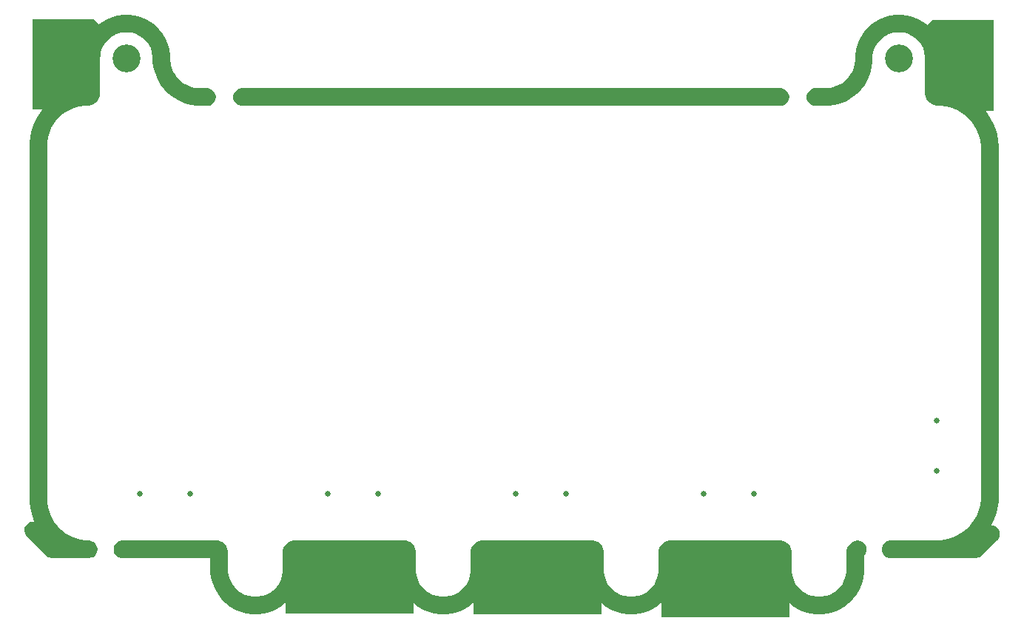
<source format=gbr>
%TF.GenerationSoftware,Altium Limited,Altium Designer,23.4.1 (23)*%
G04 Layer_Color=0*
%FSLAX26Y26*%
%MOIN*%
%TF.SameCoordinates,9AE554A4-7581-43F1-91E0-74BCC9029391*%
%TF.FilePolarity,Positive*%
%TF.FileFunction,NonPlated,1,2,NPTH,Drill*%
%TF.Part,CustomerPanel*%
G01*
G75*
%TA.AperFunction,ComponentDrill*%
%ADD116C,0.026575*%
%ADD117C,0.026575*%
%TA.AperFunction,OtherDrill,Pad Free-3 (4230.26mil,2822.472mil)*%
%ADD118C,0.125984*%
%TA.AperFunction,OtherDrill,Pad Free-3 (750.685mil,2822.472mil)*%
%ADD119C,0.125984*%
G36*
X3854331Y2608576D02*
X3898271D01*
X3912286D01*
X3940077Y2612233D01*
X3967153Y2619486D01*
X3993051Y2630210D01*
X4017329Y2644222D01*
X4039570Y2661282D01*
X4059395Y2681098D01*
X4076465Y2703332D01*
X4090487Y2727603D01*
X4101222Y2753497D01*
X4108487Y2780570D01*
X4112157Y2808359D01*
X4112163Y2822374D01*
X4112163Y2822375D01*
Y2822549D01*
X4112533Y2831812D01*
X4115443Y2850110D01*
X4121179Y2867728D01*
X4129599Y2884231D01*
X4140497Y2899215D01*
X4153605Y2912309D01*
X4168599Y2923193D01*
X4185110Y2931597D01*
X4202734Y2937316D01*
X4221034Y2940207D01*
X4239562Y2940201D01*
X4257860Y2937298D01*
X4275480Y2931568D01*
X4291986Y2923153D01*
X4306973Y2912259D01*
X4320072Y2899156D01*
X4330960Y2884166D01*
X4339370Y2867657D01*
X4345094Y2850035D01*
X4347992Y2831736D01*
X4348356Y2822472D01*
X4348356Y2822472D01*
Y2667644D01*
Y2661826D01*
X4350626Y2650414D01*
X4355079Y2639664D01*
X4361543Y2629990D01*
X4369771Y2621762D01*
X4379445Y2615298D01*
X4390195Y2610845D01*
X4401607Y2608576D01*
X4407425Y2608576D01*
D01*
X4407797Y2608574D01*
X4420483Y2608135D01*
X4445633Y2604780D01*
X4470132Y2598176D01*
X4493560Y2588435D01*
X4515519Y2575724D01*
X4535634Y2560259D01*
X4553562Y2542304D01*
X4568997Y2522166D01*
X4581676Y2500188D01*
X4591382Y2476745D01*
X4597949Y2452236D01*
X4601266Y2427081D01*
X4601686Y2414395D01*
X4601687D01*
X4601687Y2414226D01*
X4601687Y849375D01*
X4601685Y848995D01*
X4601230Y835816D01*
X4597745Y809686D01*
X4590883Y784234D01*
X4580761Y759893D01*
X4567552Y737080D01*
X4551482Y716184D01*
X4532825Y697561D01*
X4511899Y681529D01*
X4489062Y668363D01*
X4464703Y658286D01*
X4439238Y651471D01*
X4413102Y648035D01*
X4399921Y647604D01*
X4399921D01*
X4399896D01*
X4192913Y647604D01*
X4187728D01*
X4177711Y644920D01*
X4168730Y639735D01*
X4161397Y632402D01*
X4156212Y623421D01*
X4153528Y613404D01*
Y603034D01*
X4156212Y593017D01*
X4161397Y584036D01*
X4168730Y576703D01*
X4177711Y571518D01*
X4187728Y568834D01*
X4192913D01*
D01*
X4576722Y568834D01*
X4580601D01*
X4588211Y570347D01*
X4595378Y573316D01*
X4601829Y577626D01*
X4604572Y580369D01*
X4604572Y580369D01*
X4673519Y649316D01*
X4676262Y652059D01*
X4680572Y658510D01*
X4683541Y665677D01*
X4685054Y673286D01*
X4685054Y677165D01*
X4685054Y680960D01*
X4683605Y688409D01*
X4680761Y695445D01*
X4676626Y701808D01*
X4671352Y707265D01*
X4665133Y711614D01*
X4658198Y714697D01*
X4650803Y716398D01*
X4647010Y716528D01*
Y716528D01*
X4651091Y724119D01*
X4658306Y739773D01*
X4664546Y755841D01*
X4669789Y772262D01*
X4674013Y788973D01*
X4677203Y805912D01*
X4679348Y823015D01*
X4680439Y840218D01*
X4680455Y848837D01*
X4680455Y848837D01*
X4680457Y849369D01*
X4680457Y2414314D01*
X4680457Y2414463D01*
X4680450Y2427254D01*
X4678044Y2452722D01*
X4673268Y2477854D01*
X4666164Y2502430D01*
X4656792Y2526233D01*
X4645237Y2549056D01*
X4631598Y2570699D01*
X4615996Y2590972D01*
X4598566Y2609698D01*
X4579463Y2626712D01*
X4558852Y2641865D01*
X4536915Y2655026D01*
X4513843Y2666077D01*
X4489840Y2674924D01*
X4465114Y2681487D01*
X4439883Y2685710D01*
X4427126Y2686633D01*
X4427126Y2686633D01*
X4427126Y2822472D01*
X4427126Y2835372D01*
X4423759Y2860951D01*
X4417083Y2885872D01*
X4407213Y2909709D01*
X4394316Y2932054D01*
X4378614Y2952525D01*
X4360374Y2970772D01*
X4339909Y2986483D01*
X4317570Y2999389D01*
X4293737Y3009270D01*
X4268818Y3015956D01*
X4243241Y3019333D01*
X4217441Y3019343D01*
X4191860Y3015987D01*
X4166936Y3009322D01*
X4143095Y2999461D01*
X4120745Y2986573D01*
X4100267Y2970879D01*
X4082013Y2952647D01*
X4066294Y2932189D01*
X4053378Y2909855D01*
X4043488Y2886026D01*
X4036792Y2861110D01*
X4033404Y2835534D01*
X4033393Y2822634D01*
Y2822634D01*
X4033393Y2822468D01*
X4033104Y2813631D01*
X4030797Y2796107D01*
X4026222Y2779034D01*
X4019458Y2762704D01*
X4010620Y2747397D01*
X3999860Y2733375D01*
X3987362Y2720877D01*
X3973339Y2710117D01*
X3958032Y2701280D01*
X3941702Y2694516D01*
X3924629Y2689942D01*
X3907105Y2687635D01*
X3898267Y2687346D01*
D01*
X3854331D01*
X3849145D01*
X3839128Y2684662D01*
X3830148Y2679477D01*
X3822815Y2672144D01*
X3817630Y2663163D01*
X3814945Y2653146D01*
Y2642776D01*
X3817630Y2632759D01*
X3822815Y2623778D01*
X3830148Y2616445D01*
X3839128Y2611260D01*
X3849145Y2608576D01*
X3854331D01*
D01*
D02*
G37*
G36*
X1129087Y517669D02*
Y568834D01*
X732283D01*
X727098D01*
X717081Y571518D01*
X708100Y576703D01*
X700767Y584036D01*
X695582Y593017D01*
X692898Y603034D01*
Y613404D01*
X695582Y623421D01*
X700767Y632402D01*
X708100Y639735D01*
X717081Y644920D01*
X727098Y647604D01*
X732283D01*
D01*
X1157843D01*
X1158029Y647603D01*
X1162932Y647585D01*
X1172543Y645646D01*
X1181594Y641877D01*
X1189742Y636422D01*
X1196675Y629489D01*
X1202130Y621341D01*
X1205899Y612290D01*
X1207838Y602679D01*
X1207856Y597776D01*
X1207856Y597777D01*
X1207857Y597590D01*
Y517669D01*
X1208239Y507943D01*
X1211282Y488732D01*
X1217292Y470234D01*
X1226123Y452903D01*
X1237555Y437167D01*
X1251309Y423413D01*
X1267045Y411981D01*
X1284376Y403150D01*
X1302874Y397139D01*
X1322085Y394097D01*
X1341536D01*
X1360747Y397139D01*
X1379246Y403150D01*
X1396577Y411981D01*
X1412313Y423413D01*
X1426066Y437167D01*
X1437499Y452903D01*
X1446330Y470234D01*
X1452340Y488732D01*
X1455383Y507943D01*
X1455765Y517669D01*
D01*
Y597590D01*
Y602516D01*
X1457687Y612178D01*
X1461457Y621280D01*
X1466930Y629471D01*
X1473897Y636437D01*
X1482088Y641911D01*
X1491190Y645681D01*
X1500852Y647602D01*
X1505778Y647602D01*
X1505778Y647603D01*
X1506098Y647604D01*
X2004300D01*
X2004492Y647603D01*
X2009406Y647584D01*
X2019037Y645635D01*
X2028106Y641848D01*
X2036264Y636368D01*
X2043199Y629406D01*
X2048647Y621227D01*
X2052399Y612144D01*
X2054312Y602505D01*
Y597591D01*
X2054312Y597591D01*
X2054314Y597269D01*
Y517669D01*
X2054696Y507943D01*
X2057738Y488732D01*
X2063749Y470234D01*
X2072579Y452903D01*
X2084012Y437167D01*
X2097766Y423413D01*
X2113502Y411981D01*
X2130832Y403150D01*
X2149331Y397139D01*
X2168542Y394097D01*
X2187993D01*
X2207204Y397139D01*
X2225703Y403150D01*
X2243033Y411981D01*
X2258769Y423413D01*
X2272523Y437167D01*
X2283956Y452903D01*
X2292786Y470234D01*
X2298797Y488732D01*
X2301840Y507943D01*
X2302222Y517669D01*
D01*
Y597590D01*
Y602516D01*
X2304144Y612178D01*
X2307914Y621280D01*
X2313387Y629471D01*
X2320353Y636437D01*
X2328545Y641911D01*
X2337646Y645681D01*
X2347309Y647602D01*
X2352235Y647602D01*
X2352235Y647603D01*
X2352555Y647604D01*
X2850756D01*
X2850949Y647603D01*
X2855862Y647584D01*
X2865494Y645635D01*
X2874563Y641848D01*
X2882721Y636368D01*
X2889656Y629406D01*
X2895104Y621227D01*
X2898856Y612144D01*
X2900769Y602505D01*
Y597591D01*
X2900769Y597591D01*
X2900770Y597269D01*
Y517669D01*
X2901152Y507943D01*
X2904195Y488732D01*
X2910206Y470234D01*
X2919036Y452903D01*
X2930469Y437167D01*
X2944222Y423413D01*
X2959958Y411981D01*
X2977289Y403150D01*
X2995788Y397139D01*
X3014999Y394097D01*
X3034450D01*
X3053661Y397139D01*
X3072159Y403150D01*
X3089490Y411981D01*
X3105226Y423413D01*
X3118980Y437167D01*
X3130412Y452903D01*
X3139243Y470234D01*
X3145253Y488732D01*
X3148296Y507943D01*
X3148678Y517669D01*
D01*
Y597590D01*
Y602516D01*
X3150600Y612178D01*
X3154371Y621280D01*
X3159844Y629471D01*
X3166810Y636437D01*
X3175001Y641911D01*
X3184103Y645681D01*
X3193765Y647602D01*
X3198691Y647602D01*
X3198691Y647603D01*
X3199011Y647604D01*
X3697124Y647604D01*
X3697405Y647604D01*
X3702319Y647585D01*
X3711951Y645635D01*
X3721019Y641848D01*
X3729177Y636369D01*
X3736113Y629406D01*
X3741561Y621227D01*
X3745313Y612144D01*
X3747225Y602505D01*
Y597591D01*
X3747226Y597591D01*
X3747227Y597269D01*
Y517669D01*
X3747609Y507944D01*
X3750652Y488732D01*
X3756662Y470234D01*
X3765493Y452903D01*
X3776925Y437167D01*
X3790679Y423413D01*
X3806415Y411981D01*
X3823746Y403150D01*
X3842244Y397140D01*
X3861456Y394097D01*
X3880906D01*
X3900117Y397140D01*
X3918616Y403150D01*
X3935947Y411981D01*
X3951683Y423413D01*
X3965436Y437167D01*
X3976869Y452903D01*
X3985700Y470234D01*
X3991710Y488732D01*
X3994753Y507944D01*
X3995135Y517669D01*
D01*
Y597590D01*
Y602516D01*
X3997057Y612178D01*
X4000827Y621280D01*
X4006300Y629471D01*
X4013267Y636437D01*
X4021458Y641911D01*
X4030560Y645681D01*
X4040222Y647603D01*
X4045148Y647603D01*
X4045148Y647603D01*
X4049047Y647634D01*
X4056706Y646167D01*
X4063929Y643227D01*
X4070436Y638927D01*
X4075972Y633435D01*
X4080325Y626964D01*
X4083324Y619765D01*
X4084853Y612118D01*
X4084853Y608219D01*
X4084853Y604446D01*
X4083420Y597037D01*
X4080607Y590035D01*
X4076515Y583694D01*
X4073905Y580970D01*
X4073905D01*
Y517669D01*
Y504382D01*
X4070436Y478034D01*
X4063559Y452365D01*
X4053389Y427814D01*
X4040102Y404800D01*
X4023924Y383717D01*
X4005133Y364926D01*
X3984050Y348748D01*
X3961036Y335461D01*
X3936484Y325291D01*
X3910815Y318413D01*
X3884468Y314945D01*
X3857894D01*
X3831546Y318413D01*
X3805877Y325291D01*
X3781326Y335461D01*
X3758312Y348748D01*
X3737229Y364926D01*
X3718438Y383717D01*
X3702260Y404800D01*
X3688973Y427814D01*
X3678803Y452365D01*
X3671925Y478034D01*
X3668457Y504382D01*
Y517669D01*
D01*
Y568834D01*
X3227449Y568834D01*
Y517669D01*
Y504382D01*
X3223980Y478034D01*
X3217102Y452365D01*
X3206932Y427814D01*
X3193645Y404800D01*
X3177468Y383716D01*
X3158677Y364925D01*
X3137593Y348748D01*
X3114579Y335461D01*
X3090028Y325291D01*
X3064359Y318413D01*
X3038012Y314945D01*
X3011437D01*
X2985090Y318413D01*
X2959421Y325291D01*
X2934869Y335461D01*
X2911855Y348748D01*
X2890772Y364925D01*
X2871981Y383716D01*
X2855803Y404800D01*
X2842516Y427814D01*
X2832347Y452365D01*
X2825469Y478034D01*
X2822000Y504382D01*
Y517669D01*
D01*
Y568834D01*
X2380992D01*
Y517669D01*
Y504382D01*
X2377523Y478034D01*
X2370645Y452365D01*
X2360476Y427814D01*
X2347188Y404800D01*
X2331011Y383716D01*
X2312220Y364925D01*
X2291137Y348748D01*
X2268123Y335461D01*
X2243571Y325291D01*
X2217902Y318413D01*
X2191555Y314945D01*
X2164980D01*
X2138633Y318413D01*
X2112964Y325291D01*
X2088412Y335461D01*
X2065398Y348748D01*
X2044315Y364925D01*
X2025524Y383716D01*
X2009347Y404800D01*
X1996060Y427814D01*
X1985890Y452365D01*
X1979012Y478034D01*
X1975543Y504382D01*
Y517669D01*
D01*
Y568834D01*
X1534535D01*
Y517669D01*
Y504382D01*
X1531066Y478034D01*
X1524188Y452365D01*
X1514019Y427814D01*
X1500732Y404800D01*
X1484554Y383716D01*
X1465763Y364925D01*
X1444680Y348748D01*
X1421666Y335461D01*
X1397114Y325291D01*
X1371445Y318413D01*
X1345098Y314945D01*
X1318524D01*
X1292176Y318413D01*
X1266507Y325291D01*
X1241956Y335461D01*
X1218942Y348748D01*
X1197859Y364925D01*
X1179068Y383716D01*
X1162890Y404800D01*
X1149603Y427814D01*
X1139433Y452365D01*
X1132555Y478034D01*
X1129087Y504382D01*
Y517669D01*
D01*
D02*
G37*
G36*
X387554Y580369D02*
X302859Y665064D01*
X298504Y669419D01*
X292868Y680374D01*
X290847Y692526D01*
X292632Y704715D01*
X298053Y715777D01*
X306593Y724656D01*
X317437Y730503D01*
X329547Y732760D01*
X335658Y731986D01*
Y731986D01*
X330544Y744178D01*
X322783Y769456D01*
X317566Y795379D01*
X314945Y821691D01*
X314945Y834912D01*
Y834912D01*
X314945Y2428771D01*
X314944Y2440856D01*
X317199Y2464921D01*
X321688Y2488671D01*
X328372Y2511899D01*
X337195Y2534402D01*
X348077Y2555985D01*
X360925Y2576457D01*
X375627Y2595643D01*
X392055Y2613373D01*
X410064Y2629494D01*
X429498Y2643865D01*
X450189Y2656360D01*
X471954Y2666871D01*
X494605Y2675307D01*
X517944Y2681592D01*
X541768Y2685673D01*
X553818Y2686594D01*
X553818Y2686594D01*
X553818Y2822472D01*
Y2835375D01*
X557187Y2860961D01*
X563866Y2885888D01*
X573742Y2909730D01*
X586645Y2932080D01*
X602355Y2952553D01*
X620603Y2970801D01*
X641077Y2986511D01*
X663426Y2999415D01*
X687268Y3009291D01*
X712196Y3015970D01*
X737781Y3019338D01*
X763588D01*
X789174Y3015970D01*
X814101Y3009291D01*
X837943Y2999415D01*
X860292Y2986511D01*
X880766Y2970801D01*
X899014Y2952553D01*
X914724Y2932080D01*
X927628Y2909730D01*
X937503Y2885888D01*
X944183Y2860961D01*
X947551Y2835375D01*
Y2822472D01*
X947840Y2813634D01*
X950147Y2796110D01*
X954722Y2779037D01*
X961486Y2762707D01*
X970324Y2747399D01*
X981084Y2733377D01*
X993582Y2720878D01*
X1007605Y2710118D01*
X1022913Y2701281D01*
X1039243Y2694517D01*
X1056316Y2689942D01*
X1073840Y2687635D01*
X1082678Y2687346D01*
X1082678D01*
X1114173D01*
X1118052D01*
X1125662Y2685832D01*
X1132829Y2682863D01*
X1139280Y2678553D01*
X1144766Y2673067D01*
X1149076Y2666617D01*
X1152045Y2659449D01*
X1153559Y2651840D01*
Y2647961D01*
Y2644082D01*
X1152045Y2636472D01*
X1149076Y2629305D01*
X1144766Y2622854D01*
X1139280Y2617368D01*
X1132829Y2613058D01*
X1125662Y2610089D01*
X1118052Y2608576D01*
X1114173D01*
D01*
X1082677D01*
X1068657D01*
X1040858Y2612235D01*
X1013774Y2619492D01*
X987870Y2630222D01*
X963587Y2644242D01*
X941342Y2661311D01*
X921516Y2681138D01*
X904447Y2703383D01*
X890428Y2727665D01*
X879697Y2753570D01*
X872441Y2780653D01*
X868781Y2808452D01*
X868781Y2822472D01*
X868417Y2831737D01*
X865518Y2850041D01*
X859791Y2867665D01*
X851378Y2884177D01*
X840486Y2899169D01*
X827382Y2912273D01*
X812390Y2923165D01*
X795878Y2931578D01*
X778254Y2937305D01*
X759950Y2940204D01*
X741419D01*
X723116Y2937305D01*
X705491Y2931579D01*
X688980Y2923165D01*
X673987Y2912273D01*
X660884Y2899169D01*
X649991Y2884177D01*
X641578Y2867665D01*
X635851Y2850041D01*
X632952Y2831738D01*
X632588Y2822472D01*
X632588Y2822472D01*
X632588Y2667732D01*
X632588Y2667495D01*
X632574Y2661696D01*
X630290Y2650325D01*
X625839Y2639616D01*
X619389Y2629976D01*
X611189Y2621776D01*
X601550Y2615326D01*
X590840Y2610874D01*
X579470Y2608590D01*
X573671Y2608576D01*
X573671Y2608576D01*
X573440Y2608575D01*
X561683Y2608186D01*
X538373Y2605107D01*
X515663Y2599014D01*
X493943Y2590009D01*
X473583Y2578246D01*
X454933Y2563928D01*
X438310Y2547298D01*
X424000Y2528641D01*
X412247Y2508276D01*
X403251Y2486552D01*
X397167Y2463840D01*
X394099Y2440528D01*
X393715Y2428771D01*
Y2428771D01*
X393715Y834913D01*
X394116Y822662D01*
X397314Y798370D01*
X403655Y774704D01*
X413031Y752068D01*
X425282Y730850D01*
X440197Y711412D01*
X457522Y694087D01*
X476960Y679171D01*
X498178Y666921D01*
X520814Y657544D01*
X544481Y651203D01*
X568772Y648005D01*
X581023Y647604D01*
X584902D01*
X592511Y646090D01*
X599679Y643121D01*
X606129Y638811D01*
X611615Y633325D01*
X615926Y626875D01*
X618894Y619707D01*
X620408Y612098D01*
Y608219D01*
Y604340D01*
X618894Y596731D01*
X615926Y589563D01*
X611615Y583112D01*
X606129Y577626D01*
X599679Y573316D01*
X592511Y570347D01*
X584902Y568834D01*
X581023D01*
D01*
X415403D01*
X411524D01*
X403915Y570347D01*
X396748Y573316D01*
X390297Y577626D01*
X387554Y580369D01*
Y580369D01*
D02*
G37*
G36*
X1271653Y2608576D02*
X1266468D01*
X1256451Y2611260D01*
X1247470Y2616445D01*
X1240137Y2623778D01*
X1234952Y2632759D01*
X1232268Y2642776D01*
Y2653146D01*
X1234952Y2663163D01*
X1240137Y2672144D01*
X1247470Y2679477D01*
X1256451Y2684662D01*
X1266468Y2687346D01*
X1271653D01*
D01*
X3696851Y2687346D01*
X3700730D01*
X3708339Y2685832D01*
X3715506Y2682863D01*
X3721957Y2678553D01*
X3727443Y2673067D01*
X3731753Y2666617D01*
X3734722Y2659449D01*
X3736236Y2651840D01*
Y2647961D01*
Y2644082D01*
X3734722Y2636472D01*
X3731753Y2629305D01*
X3727443Y2622854D01*
X3721957Y2617368D01*
X3715506Y2613058D01*
X3708339Y2610089D01*
X3700730Y2608576D01*
X3696851D01*
D01*
X1271653Y2608576D01*
D02*
G37*
G36*
X3161417Y303150D02*
Y590551D01*
X3736220D01*
Y303150D01*
X3161417D01*
D02*
G37*
G36*
X2314961Y314961D02*
Y602362D01*
X2889764D01*
Y314961D01*
X2314961D01*
D02*
G37*
G36*
X1468504Y318898D02*
Y606299D01*
X2043307D01*
Y318898D01*
X1468504D01*
D02*
G37*
G36*
X4657480Y2996063D02*
Y2586614D01*
X4515748D01*
X4413386Y2688976D01*
Y2854331D01*
X4342520Y2925197D01*
Y2956693D01*
X4381890Y2996063D01*
X4657480D01*
D02*
G37*
G36*
X326772Y3000000D02*
Y2590551D01*
X468504D01*
X570866Y2692913D01*
Y2858268D01*
X641732Y2929134D01*
Y2960630D01*
X602362Y3000000D01*
X326772D01*
D02*
G37*
D116*
X2504649Y858220D02*
D03*
X2732202D02*
D03*
X1658192D02*
D03*
X1885745D02*
D03*
X811736D02*
D03*
X1039288D02*
D03*
X3578658Y858220D02*
D03*
X3351106Y858220D02*
D03*
D117*
X4399921Y1190103D02*
D03*
Y962551D02*
D03*
D118*
X4230260Y2822472D02*
D03*
D119*
X750685Y2822472D02*
D03*
%TF.MD5,1129898578a09c3808118217d4214109*%
M02*

</source>
